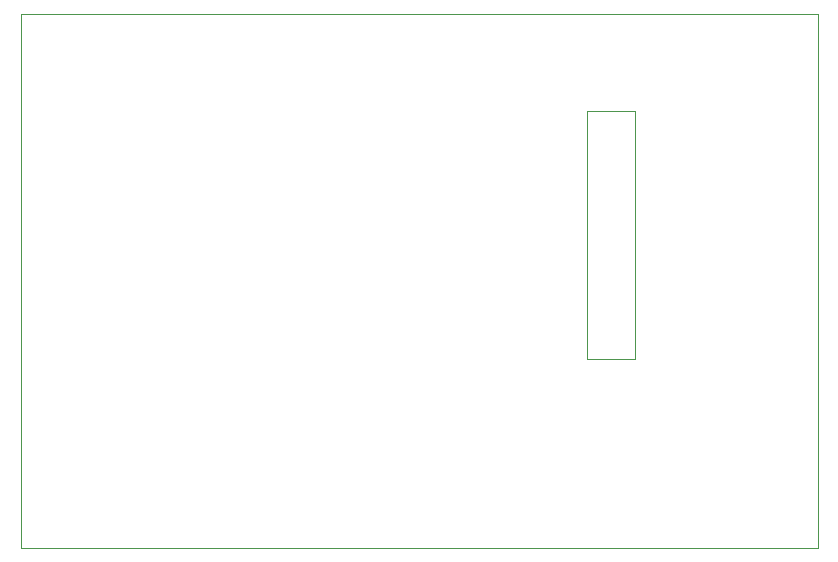
<source format=gbr>
%TF.GenerationSoftware,KiCad,Pcbnew,6.0.2+dfsg-1*%
%TF.CreationDate,2022-09-10T17:36:14-07:00*%
%TF.ProjectId,OpenHasp-1Gang,4f70656e-4861-4737-902d-3147616e672e,rev?*%
%TF.SameCoordinates,Original*%
%TF.FileFunction,Profile,NP*%
%FSLAX46Y46*%
G04 Gerber Fmt 4.6, Leading zero omitted, Abs format (unit mm)*
G04 Created by KiCad (PCBNEW 6.0.2+dfsg-1) date 2022-09-10 17:36:14*
%MOMM*%
%LPD*%
G01*
G04 APERTURE LIST*
%TA.AperFunction,Profile*%
%ADD10C,0.100000*%
%TD*%
G04 APERTURE END LIST*
D10*
X82750000Y25000000D02*
X150250000Y25000000D01*
X82750000Y25000000D02*
X82750000Y70250000D01*
X134750000Y62000000D02*
X134750000Y41000000D01*
X134750000Y41000000D02*
X130750000Y41000000D01*
X130750000Y41000000D02*
X130750000Y62000000D01*
X150250000Y70250000D02*
X150250000Y25000000D01*
X82750000Y70250000D02*
X150250000Y70250000D01*
X130750000Y62000000D02*
X134750000Y62000000D01*
M02*

</source>
